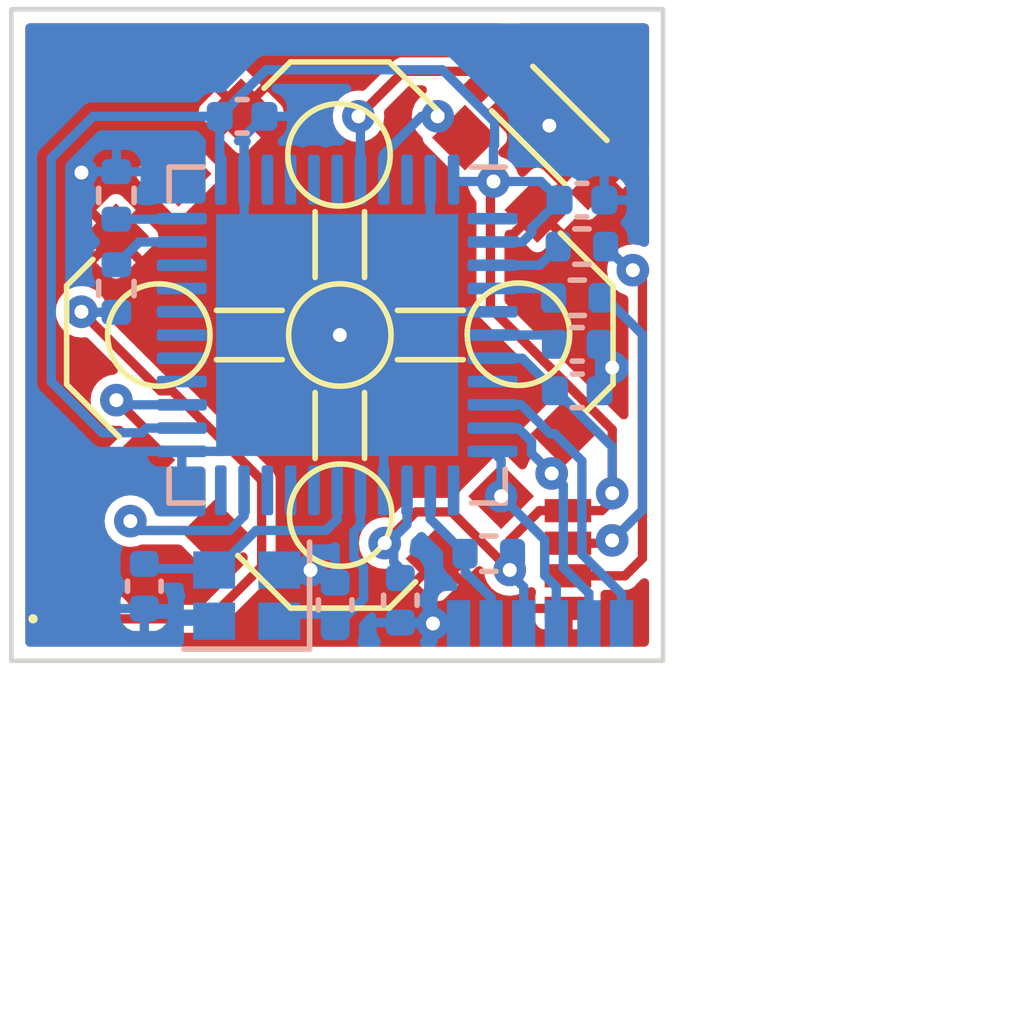
<source format=kicad_pcb>
(kicad_pcb (version 20240108) (generator "pcbnew") (generator_version "8.0")
  (layers (0 "F.Cu" signal) (31 "B.Cu" signal) (34 "B.Paste" user) (35 "F.Paste" user) (36 "B.SilkS" user "B.Silkscreen") (37 "F.SilkS" user "F.Silkscreen") (38 "B.Mask" user) (39 "F.Mask" user) (44 "Edge.Cuts" user))
  (net 0 "")
  (net 1 "GND")
  (net 2 "Net-(U1-XTAL1)")
  (net 3 "Net-(U1-XTAL2)")
  (net 4 "Net-(U1-UCAP)")
  (net 5 "VCC")
  (net 6 "Net-(D1-A)")
  (net 7 "D15{slash}SCK")
  (net 8 "D14{slash}MISO")
  (net 9 "D16{slash}MOSI")
  (net 10 "RST")
  (net 11 "Net-(J3-Pin_2)")
  (net 12 "Net-(J3-Pin_3)")
  (net 13 "Net-(U1-D+)")
  (net 14 "Net-(U1-D-)")
  (net 15 "Net-(U1-~{HWB}{slash}PE2)")
  (net 16 "/D13")
  (net 17 "D7")
  (net 19 "D11")
  (net 20 "D3{slash}SCL")
  (net 21 "D2{slash}SDA")
  (net 22 "D0{slash}RX")
  (net 23 "D1{slash}TX")
  (net 25 "D4")
  (net 26 "D12")
  (net 27 "D6")
  (net 28 "D8")
  (net 29 "D9")
  (net 30 "D10")
  (net 31 "D5")
  (net 32 "D18")
  (net 33 "D19")
  (net 34 "D20")
  (net 35 "D21")
  (net 36 "D22")
  (net 37 "D23")
  (footprint "DIY:TL3780" (layer "F.Cu") (at 123.9 66.9 135)
    (property "Reference" "SW3" (hide yes))
    (property "Value" "SW_MEC_5G")
    (fp_line (start 1.15 0.65) (end -1.1 0.65) (stroke (width 0.12)) (layer "F.SilkS"))
    (fp_line (start -1.1 -0.65) (end 1.1 -0.65) (stroke (width 0.12)) (layer "F.SilkS"))
    (pad "1" smd rect (at -1.6 0.05 135) (size 0.55 1.5) (layers "F.Cu" "F.Paste" "F.Mask") (net 1 "GND"))
    (pad "3" smd rect (at 1.65 0 135) (size 0.55 1.5) (layers "F.Cu" "F.Paste" "F.Mask") (net 36 "D22"))
  )
  (footprint "LED_SMD:LED_0402_1005Metric" (layer "F.Cu") (at 113.9 77.5)
    (property "Reference" "D1" (hide yes))
    (property "Value" "LED")
    (fp_circle (center -1.09 0) (end -1.04 0) (stroke (width 0.1)) (fill none) (layer "F.SilkS"))
    (pad "1" smd roundrect (at -0.485 0) (size 0.59 0.64) (layers "F.Cu" "F.Paste" "F.Mask") (net 1 "GND"))
    (pad "2" smd roundrect (at 0.485 0) (size 0.59 0.64) (layers "F.Cu" "F.Paste" "F.Mask") (net 6 "Net-(D1-A)"))
  )
  (footprint "Connector_PinSocket_1.27mm:PinSocket_1x04_P1.27mm_Vertical" (layer "F.Cu") (at 124.3 77.825 180)
    (property "Reference" "J3" (hide yes))
    (property "Value" "Conn_01x04")
    (pad "1" smd rect (at 0 0.55 180) (size 1 0.5) (layers "F.Cu" "F.Paste" "F.Mask") (net 1 "GND"))
    (pad "2" smd rect (at 0 1.25 180) (size 1 0.5) (layers "F.Cu" "F.Paste" "F.Mask") (net 11 "Net-(J3-Pin_2)"))
    (pad "3" smd rect (at 0 1.95 180) (size 1 0.5) (layers "F.Cu" "F.Paste" "F.Mask") (net 12 "Net-(J3-Pin_3)"))
    (pad "4" smd rect (at 0 2.65 180) (size 1 0.5) (layers "F.Cu" "F.Paste" "F.Mask") (net 5 "VCC"))
  )
  (footprint "DIY:JS_1300_keypad" (layer "F.Cu") (at 119.4 71.4 -135)
    (property "Reference" "SW1" (hide yes))
    (property "Value" "JS_1300_keypad")
    (fp_line (start 3.4 4.9) (end 2.6 4.9) (stroke (width 0.12)) (layer "F.SilkS"))
    (fp_line (start 4.9 3.4) (end 3.4 4.9) (stroke (width 0.12)) (layer "F.SilkS"))
    (fp_line (start 4.9 1.8) (end 4.9 3.4) (stroke (width 0.12)) (layer "F.SilkS"))
    (fp_line (start 4.9 -1.8) (end 4.9 -3.4) (stroke (width 0.12)) (layer "F.SilkS"))
    (fp_line (start 0.5 1.25) (end 1.5 2.25) (stroke (width 0.12)) (layer "F.SilkS"))
    (fp_line (start 1.25 0.5) (end 2.25 1.5) (stroke (width 0.12)) (layer "F.SilkS"))
    (fp_line (start -3.4 4.9) (end -2.6 4.9) (stroke (width 0.12)) (layer "F.SilkS"))
    (fp_line (start 4.9 -3.4) (end 3.4 -4.9) (stroke (width 0.12)) (layer "F.SilkS"))
    (fp_line (start -0.5 1.25) (end -1.5 2.25) (stroke (width 0.12)) (layer "F.SilkS"))
    (fp_line (start 1.25 -0.5) (end 2.25 -1.5) (stroke (width 0.12)) (layer "F.SilkS"))
    (fp_line (start -1.25 0.5) (end -2.25 1.5) (stroke (width 0.12)) (layer "F.SilkS"))
    (fp_line (start 0.5 -1.25) (end 1.5 -2.25) (stroke (width 0.12)) (layer "F.SilkS"))
    (fp_line (start -4.9 3.4) (end -3.4 4.9) (stroke (width 0.12)) (layer "F.SilkS"))
    (fp_line (start 3.4 -4.9) (end 2.6 -4.9) (stroke (width 0.12)) (layer "F.SilkS"))
    (fp_line (start -1.25 -0.5) (end -2.25 -1.5) (stroke (width 0.12)) (layer "F.SilkS"))
    (fp_line (start -0.5 -1.25) (end -1.5 -2.25) (stroke (width 0.12)) (layer "F.SilkS"))
    (fp_line (start -4.9 1.8) (end -4.9 3.4) (stroke (width 0.12)) (layer "F.SilkS"))
    (fp_line (start -4.9 -1.8) (end -4.9 -3.4) (stroke (width 0.12)) (layer "F.SilkS"))
    (fp_line (start -4.9 -3.4) (end -3.4 -4.9) (stroke (width 0.12)) (layer "F.SilkS"))
    (fp_line (start -3.4 -4.9) (end -2.6 -4.9) (stroke (width 0.12)) (layer "F.SilkS"))
    (fp_circle (center 2.75 2.75) (end 3.85 2.75) (stroke (width 0.12)) (fill none) (layer "F.SilkS"))
    (fp_circle (center -2.725 2.75) (end -1.625 2.75) (stroke (width 0.12)) (fill none) (layer "F.SilkS"))
    (fp_circle (center 0 0) (end 1.099999 0) (stroke (width 0.12)) (fill none) (layer "F.SilkS"))
    (fp_circle (center 2.725 -2.75) (end 3.825 -2.75) (stroke (width 0.12)) (fill none) (layer "F.SilkS"))
    (fp_circle (center -2.725 -2.7) (end -1.625 -2.7) (stroke (width 0.12)) (fill none) (layer "F.SilkS"))
    (pad "1" smd rect (at -1.9 -4.9 225) (size 1 1) (layers "F.Cu" "F.Paste" "F.Mask") (net 9 "D16{slash}MOSI"))
    (pad "2" smd rect (at 0 -4.9 225) (size 1 1) (layers "F.Cu" "F.Paste" "F.Mask") (net 8 "D14{slash}MISO"))
    (pad "3" smd rect (at 1.9 -4.9 225) (size 1 1) (layers "F.Cu" "F.Paste" "F.Mask") (net 1 "GND"))
    (pad "4" smd rect (at 4.9 -1.1 225) (size 1 1) (layers "F.Cu" "F.Paste" "F.Mask") (net 23 "D1{slash}TX"))
    (pad "5" smd rect (at 4.9 1.1 225) (size 1 1) (layers "F.Cu" "F.Paste" "F.Mask") (net 25 "D4"))
    (pad "6" smd rect (at 1.9 4.9 225) (size 1 1) (layers "F.Cu" "F.Paste" "F.Mask") (net 1 "GND"))
    (pad "7" smd rect (at 0 4.9 225) (size 1 1) (layers "F.Cu" "F.Paste" "F.Mask") (net 1 "GND"))
    (pad "8" smd rect (at -1.9 4.9 225) (size 1 1) (layers "F.Cu" "F.Paste" "F.Mask") (net 1 "GND"))
    (pad "9" smd rect (at -4.9 1.1 225) (size 1 1) (layers "F.Cu" "F.Paste" "F.Mask") (net 37 "D23"))
    (pad "10" smd rect (at -4.9 -1.1 225) (size 1 1) (layers "F.Cu" "F.Paste" "F.Mask") (net 1 "GND"))
  )
  (footprint "Resistor_SMD:R_0402_1005Metric" (layer "B.Cu") (at 114.6 68.4 90)
    (property "Reference" "R4" (hide yes))
    (property "Value" "10kΩ")
    (fp_line (start -0.153641 -0.38) (end 0.153641 -0.38) (stroke (width 0.12)) (layer "B.SilkS"))
    (fp_line (start -0.153641 0.38) (end 0.153641 0.38) (stroke (width 0.12)) (layer "B.SilkS"))
    (pad "1" smd roundrect (at -0.51 0 90) (size 0.54 0.64) (layers "B.Cu" "B.Paste" "B.Mask") (net 15 "Net-(U1-~{HWB}{slash}PE2)"))
    (pad "2" smd roundrect (at 0.51 0 90) (size 0.54 0.64) (layers "B.Cu" "B.Paste" "B.Mask") (net 1 "GND"))
  )
  (footprint "Capacitor_SMD:C_0402_1005Metric" (layer "B.Cu") (at 117.3 66.7)
    (property "Reference" "C4" (hide yes))
    (property "Value" "100nF")
    (fp_line (start -0.107836 -0.36) (end 0.107836 -0.36) (stroke (width 0.12)) (layer "B.SilkS"))
    (fp_line (start -0.107836 0.36) (end 0.107836 0.36) (stroke (width 0.12)) (layer "B.SilkS"))
    (pad "1" smd roundrect (at -0.48 0) (size 0.56 0.62) (layers "B.Cu" "B.Paste" "B.Mask") (net 5 "VCC"))
    (pad "2" smd roundrect (at 0.48 0) (size 0.56 0.62) (layers "B.Cu" "B.Paste" "B.Mask") (net 1 "GND"))
  )
  (footprint "Resistor_SMD:R_0402_1005Metric" (layer "B.Cu") (at 124.6 69.5)
    (property "Reference" "R2" (hide yes))
    (property "Value" "22Ω")
    (fp_line (start -0.153641 -0.38) (end 0.153641 -0.38) (stroke (width 0.12)) (layer "B.SilkS"))
    (fp_line (start -0.153641 0.38) (end 0.153641 0.38) (stroke (width 0.12)) (layer "B.SilkS"))
    (pad "1" smd roundrect (at -0.51 0) (size 0.54 0.64) (layers "B.Cu" "B.Paste" "B.Mask") (net 14 "Net-(U1-D-)"))
    (pad "2" smd roundrect (at 0.51 0) (size 0.54 0.64) (layers "B.Cu" "B.Paste" "B.Mask") (net 11 "Net-(J3-Pin_2)"))
  )
  (footprint "Capacitor_SMD:C_0402_1005Metric" (layer "B.Cu") (at 124.5 71.6 180)
    (property "Reference" "C3" (hide yes))
    (property "Value" "1µF")
    (fp_line (start -0.107836 0.36) (end 0.107836 0.36) (stroke (width 0.12)) (layer "B.SilkS"))
    (fp_line (start -0.107836 -0.36) (end 0.107836 -0.36) (stroke (width 0.12)) (layer "B.SilkS"))
    (pad "1" smd roundrect (at -0.48 0 180) (size 0.56 0.62) (layers "B.Cu" "B.Paste" "B.Mask") (net 1 "GND"))
    (pad "2" smd roundrect (at 0.48 0 180) (size 0.56 0.62) (layers "B.Cu" "B.Paste" "B.Mask") (net 4 "Net-(U1-UCAP)"))
  )
  (footprint "Capacitor_SMD:C_0402_1005Metric" (layer "B.Cu") (at 124.5 72.6 180)
    (property "Reference" "C7" (hide yes))
    (property "Value" "100nF")
    (fp_line (start -0.107836 0.36) (end 0.107836 0.36) (stroke (width 0.12)) (layer "B.SilkS"))
    (fp_line (start -0.107836 -0.36) (end 0.107836 -0.36) (stroke (width 0.12)) (layer "B.SilkS"))
    (pad "1" smd roundrect (at -0.48 0 180) (size 0.56 0.62) (layers "B.Cu" "B.Paste" "B.Mask") (net 1 "GND"))
    (pad "2" smd roundrect (at 0.48 0 180) (size 0.56 0.62) (layers "B.Cu" "B.Paste" "B.Mask") (net 5 "VCC"))
  )
  (footprint "Capacitor_SMD:C_0402_1005Metric" (layer "B.Cu") (at 124.6 68.5)
    (property "Reference" "C6" (hide yes))
    (property "Value" "100nF")
    (fp_line (start -0.107836 -0.36) (end 0.107836 -0.36) (stroke (width 0.12)) (layer "B.SilkS"))
    (fp_line (start -0.107836 0.36) (end 0.107836 0.36) (stroke (width 0.12)) (layer "B.SilkS"))
    (pad "1" smd roundrect (at -0.48 0) (size 0.56 0.62) (layers "B.Cu" "B.Paste" "B.Mask") (net 5 "VCC"))
    (pad "2" smd roundrect (at 0.48 0) (size 0.56 0.62) (layers "B.Cu" "B.Paste" "B.Mask") (net 1 "GND"))
  )
  (footprint "Resistor_SMD:R_0402_1005Metric" (layer "B.Cu") (at 114.6 70.4 -90)
    (property "Reference" "R5" (hide yes))
    (property "Value" "1kΩ")
    (fp_line (start -0.153641 0.38) (end 0.153641 0.38) (stroke (width 0.12)) (layer "B.SilkS"))
    (fp_line (start -0.153641 -0.38) (end 0.153641 -0.38) (stroke (width 0.12)) (layer "B.SilkS"))
    (pad "1" smd roundrect (at -0.51 0 270) (size 0.54 0.64) (layers "B.Cu" "B.Paste" "B.Mask") (net 16 "/D13"))
    (pad "2" smd roundrect (at 0.51 0 270) (size 0.54 0.64) (layers "B.Cu" "B.Paste" "B.Mask") (net 6 "Net-(D1-A)"))
  )
  (footprint "Resistor_SMD:R_0402_1005Metric" (layer "B.Cu") (at 124.5 70.6 180)
    (property "Reference" "R1" (hide yes))
    (property "Value" "22Ω")
    (fp_line (start -0.153641 0.38) (end 0.153641 0.38) (stroke (width 0.12)) (layer "B.SilkS"))
    (fp_line (start -0.153641 -0.38) (end 0.153641 -0.38) (stroke (width 0.12)) (layer "B.SilkS"))
    (pad "1" smd roundrect (at -0.51 0 180) (size 0.54 0.64) (layers "B.Cu" "B.Paste" "B.Mask") (net 12 "Net-(J3-Pin_3)"))
    (pad "2" smd roundrect (at 0.51 0 180) (size 0.54 0.64) (layers "B.Cu" "B.Paste" "B.Mask") (net 13 "Net-(U1-D+)"))
  )
  (footprint "Package_DFN_QFN:QFN-44-1EP_7x7mm_P0.5mm_EP5.2x5.2mm" (layer "B.Cu") (at 119.342976 71.4 180)
    (property "Reference" "U1" (hide yes))
    (property "Value" "ATmega32U4-M")
    (fp_line (start 3.61 3.61) (end 3.61 2.885) (stroke (width 0.12)) (layer "B.SilkS"))
    (fp_line (start 3.61 -3.61) (end 3.61 -2.885) (stroke (width 0.12)) (layer "B.SilkS"))
    (fp_line (start 2.885 3.61) (end 3.61 3.61) (stroke (width 0.12)) (layer "B.SilkS"))
    (fp_line (start 2.885 -3.61) (end 3.61 -3.61) (stroke (width 0.12)) (layer "B.SilkS"))
    (fp_line (start -2.885 3.61) (end -3.61 3.61) (stroke (width 0.12)) (layer "B.SilkS"))
    (fp_line (start -2.885 -3.61) (end -3.61 -3.61) (stroke (width 0.12)) (layer "B.SilkS"))
    (fp_line (start -3.61 -3.61) (end -3.61 -2.885) (stroke (width 0.12)) (layer "B.SilkS"))
    (pad "1" smd roundrect (at -3.3375 2.5 180) (size 1.075 0.25) (layers "B.Cu" "B.Paste" "B.Mask") (net 17 "D7"))
    (pad "2" smd roundrect (at -3.3375 2 180) (size 1.075 0.25) (layers "B.Cu" "B.Paste" "B.Mask") (net 5 "VCC"))
    (pad "3" smd roundrect (at -3.3375 1.5 180) (size 1.075 0.25) (layers "B.Cu" "B.Paste" "B.Mask") (net 14 "Net-(U1-D-)"))
    (pad "4" smd roundrect (at -3.3375 1 180) (size 1.075 0.25) (layers "B.Cu" "B.Paste" "B.Mask") (net 13 "Net-(U1-D+)"))
    (pad "5" smd roundrect (at -3.3375 0.5 180) (size 1.075 0.25) (layers "B.Cu" "B.Paste" "B.Mask") (net 1 "GND"))
    (pad "6" smd roundrect (at -3.3375 0 180) (size 1.075 0.25) (layers "B.Cu" "B.Paste" "B.Mask") (net 4 "Net-(U1-UCAP)"))
    (pad "7" smd roundrect (at -3.3375 -0.5 180) (size 1.075 0.25) (layers "B.Cu" "B.Paste" "B.Mask") (net 5 "VCC"))
    (pad "8" smd roundrect (at -3.3375 -1 180) (size 1.075 0.25) (layers "B.Cu" "B.Paste" "B.Mask"))
    (pad "9" smd roundrect (at -3.3375 -1.5 180) (size 1.075 0.25) (layers "B.Cu" "B.Paste" "B.Mask") (net 7 "D15{slash}SCK"))
    (pad "10" smd roundrect (at -3.3375 -2 180) (size 1.075 0.25) (layers "B.Cu" "B.Paste" "B.Mask") (net 9 "D16{slash}MOSI"))
    (pad "11" smd roundrect (at -3.3375 -2.5 180) (size 1.075 0.25) (layers "B.Cu" "B.Paste" "B.Mask") (net 8 "D14{slash}MISO"))
    (pad "12" smd roundrect (at -2.5 -3.3375 180) (size 0.25 1.075) (layers "B.Cu" "B.Paste" "B.Mask") (net 19 "D11"))
    (pad "13" smd roundrect (at -2 -3.3375 180) (size 0.25 1.075) (layers "B.Cu" "B.Paste" "B.Mask") (net 10 "RST"))
    (pad "14" smd roundrect (at -1.5 -3.3375 180) (size 0.25 1.075) (layers "B.Cu" "B.Paste" "B.Mask") (net 5 "VCC"))
    (pad "15" smd roundrect (at -1 -3.3375 180) (size 0.25 1.075) (layers "B.Cu" "B.Paste" "B.Mask") (net 1 "GND"))
    (pad "16" smd roundrect (at -0.5 -3.3375 180) (size 0.25 1.075) (layers "B.Cu" "B.Paste" "B.Mask") (net 3 "Net-(U1-XTAL2)"))
    (pad "17" smd roundrect (at 0 -3.3375 180) (size 0.25 1.075) (layers "B.Cu" "B.Paste" "B.Mask") (net 2 "Net-(U1-XTAL1)"))
    (pad "18" smd roundrect (at 0.5 -3.3375 180) (size 0.25 1.075) (layers "B.Cu" "B.Paste" "B.Mask") (net 20 "D3{slash}SCL"))
    (pad "19" smd roundrect (at 1 -3.3375 180) (size 0.25 1.075) (layers "B.Cu" "B.Paste" "B.Mask") (net 21 "D2{slash}SDA"))
    (pad "20" smd roundrect (at 1.5 -3.3375 180) (size 0.25 1.075) (layers "B.Cu" "B.Paste" "B.Mask") (net 22 "D0{slash}RX"))
    (pad "21" smd roundrect (at 2 -3.3375 180) (size 0.25 1.075) (layers "B.Cu" "B.Paste" "B.Mask") (net 23 "D1{slash}TX"))
    (pad "22" smd roundrect (at 2.5 -3.3375 180) (size 0.25 1.075) (layers "B.Cu" "B.Paste" "B.Mask"))
    (pad "23" smd roundrect (at 3.3375 -2.5 180) (size 1.075 0.25) (layers "B.Cu" "B.Paste" "B.Mask") (net 1 "GND"))
    (pad "24" smd roundrect (at 3.3375 -2 180) (size 1.075 0.25) (layers "B.Cu" "B.Paste" "B.Mask") (net 5 "VCC"))
    (pad "25" smd roundrect (at 3.3375 -1.5 180) (size 1.075 0.25) (layers "B.Cu" "B.Paste" "B.Mask") (net 25 "D4"))
    (pad "26" smd roundrect (at 3.3375 -1 180) (size 1.075 0.25) (layers "B.Cu" "B.Paste" "B.Mask") (net 26 "D12"))
    (pad "27" smd roundrect (at 3.3375 -0.5 180) (size 1.075 0.25) (layers "B.Cu" "B.Paste" "B.Mask") (net 27 "D6"))
    (pad "28" smd roundrect (at 3.3375 0 180) (size 1.075 0.25) (layers "B.Cu" "B.Paste" "B.Mask") (net 28 "D8"))
    (pad "29" smd roundrect (at 3.3375 0.5 180) (size 1.075 0.25) (layers "B.Cu" "B.Paste" "B.Mask") (net 29 "D9"))
    (pad "30" smd roundrect (at 3.3375 1 180) (size 1.075 0.25) (layers "B.Cu" "B.Paste" "B.Mask") (net 30 "D10"))
    (pad "31" smd roundrect (at 3.3375 1.5 180) (size 1.075 0.25) (layers "B.Cu" "B.Paste" "B.Mask") (net 31 "D5"))
    (pad "32" smd roundrect (at 3.3375 2 180) (size 1.075 0.25) (layers "B.Cu" "B.Paste" "B.Mask") (net 16 "/D13"))
    (pad "33" smd roundrect (at 3.3375 2.5 180) (size 1.075 0.25) (layers "B.Cu" "B.Paste" "B.Mask") (net 15 "Net-(U1-~{HWB}{slash}PE2)"))
    (pad "34" smd roundrect (at 2.5 3.3375 180) (size 0.25 1.075) (layers "B.Cu" "B.Paste" "B.Mask") (net 5 "VCC"))
    (pad "35" smd roundrect (at 2 3.3375 180) (size 0.25 1.075) (layers "B.Cu" "B.Paste" "B.Mask") (net 1 "GND"))
    (pad "36" smd roundrect (at 1.5 3.3375 180) (size 0.25 1.075) (layers "B.Cu" "B.Paste" "B.Mask") (net 32 "D18"))
    (pad "37" smd roundrect (at 1 3.3375 180) (size 0.25 1.075) (layers "B.Cu" "B.Paste" "B.Mask") (net 33 "D19"))
    (pad "38" smd roundrect (at 0.5 3.3375 180) (size 0.25 1.075) (layers "B.Cu" "B.Paste" "B.Mask") (net 34 "D20"))
    (pad "39" smd roundrect (at 0 3.3375 180) (size 0.25 1.075) (layers "B.Cu" "B.Paste" "B.Mask") (net 35 "D21"))
    (pad "40" smd roundrect (at -0.5 3.3375 180) (size 0.25 1.075) (layers "B.Cu" "B.Paste" "B.Mask") (net 36 "D22"))
    (pad "41" smd roundrect (at -1 3.3375 180) (size 0.25 1.075) (layers "B.Cu" "B.Paste" "B.Mask") (net 37 "D23"))
    (pad "42" smd roundrect (at -1.5 3.3375 180) (size 0.25 1.075) (layers "B.Cu" "B.Paste" "B.Mask"))
    (pad "43" smd roundrect (at -2 3.3375 180) (size 0.25 1.075) (layers "B.Cu" "B.Paste" "B.Mask") (net 1 "GND"))
    (pad "44" smd roundrect (at -2.5 3.3375 180) (size 0.25 1.075) (layers "B.Cu" "B.Paste" "B.Mask") (net 5 "VCC"))
    (pad "45" smd rect (at 0 0 180) (size 5.2 5.2) (layers "B.Cu" "B.Mask") (net 1 "GND"))
  )
  (footprint "Capacitor_SMD:C_0402_1005Metric" (layer "B.Cu") (at 119.3 77.2 -90)
    (property "Reference" "C2" (hide yes))
    (property "Value" "crystal_TBD")
    (fp_line (start -0.107836 0.36) (end 0.107836 0.36) (stroke (width 0.12)) (layer "B.SilkS"))
    (fp_line (start -0.107836 -0.36) (end 0.107836 -0.36) (stroke (width 0.12)) (layer "B.SilkS"))
    (pad "1" smd roundrect (at -0.48 0 270) (size 0.56 0.62) (layers "B.Cu" "B.Paste" "B.Mask") (net 1 "GND"))
    (pad "2" smd roundrect (at 0.48 0 270) (size 0.56 0.62) (layers "B.Cu" "B.Paste" "B.Mask") (net 3 "Net-(U1-XTAL2)"))
  )
  (footprint "Capacitor_SMD:C_0402_1005Metric" (layer "B.Cu") (at 115.2 76.8 90)
    (property "Reference" "C1" (hide yes))
    (property "Value" "crystal_TBD")
    (fp_line (start -0.107836 -0.36) (end 0.107836 -0.36) (stroke (width 0.12)) (layer "B.SilkS"))
    (fp_line (start -0.107836 0.36) (end 0.107836 0.36) (stroke (width 0.12)) (layer "B.SilkS"))
    (pad "1" smd roundrect (at -0.48 0 90) (size 0.56 0.62) (layers "B.Cu" "B.Paste" "B.Mask") (net 1 "GND"))
    (pad "2" smd roundrect (at 0.48 0 90) (size 0.56 0.62) (layers "B.Cu" "B.Paste" "B.Mask") (net 2 "Net-(U1-XTAL1)"))
  )
  (footprint "Capacitor_SMD:C_0402_1005Metric" (layer "B.Cu") (at 120.7 77.1 90)
    (property "Reference" "C8" (hide yes))
    (property "Value" "100nF")
    (fp_line (start -0.107836 -0.36) (end 0.107836 -0.36) (stroke (width 0.12)) (layer "B.SilkS"))
    (fp_line (start -0.107836 0.36) (end 0.107836 0.36) (stroke (width 0.12)) (layer "B.SilkS"))
    (pad "1" smd roundrect (at -0.48 0 90) (size 0.56 0.62) (layers "B.Cu" "B.Paste" "B.Mask") (net 1 "GND"))
    (pad "2" smd roundrect (at 0.48 0 90) (size 0.56 0.62) (layers "B.Cu" "B.Paste" "B.Mask") (net 5 "VCC"))
  )
  (footprint "Connector_PinSocket_1.27mm:PinSocket_1x06_P1.27mm_Vertical" (layer "B.Cu") (at 123.7 77.6 90)
    (property "Reference" "J2" (hide yes))
    (property "Value" "Conn_01x06" (hide yes))
    (pad "1" smd rect (at 0 1.75 90) (size 1 0.5) (layers "B.Cu" "B.Paste" "B.Mask") (net 7 "D15{slash}SCK"))
    (pad "2" smd rect (at 0 0.35 90) (size 1 0.5) (layers "B.Cu" "B.Paste" "B.Mask") (net 8 "D14{slash}MISO"))
    (pad "3" smd rect (at 0 1.05 90) (size 1 0.5) (layers "B.Cu" "B.Paste" "B.Mask") (net 9 "D16{slash}MOSI"))
    (pad "4" smd rect (at 0 -1.05 90) (size 1 0.5) (layers "B.Cu" "B.Paste" "B.Mask") (net 10 "RST"))
    (pad "5" smd rect (at 0 -0.35 90) (size 1 0.5) (layers "B.Cu" "B.Paste" "B.Mask") (net 5 "VCC"))
    (pad "6" smd rect (at 0 -1.75 90) (size 1 0.5) (layers "B.Cu" "B.Paste" "B.Mask") (net 1 "GND"))
  )
  (footprint "Crystal:Crystal_SMD_2016-4Pin_2.0x1.6mm" (layer "B.Cu") (at 117.4 77 180)
    (property "Reference" "Y1" (hide yes))
    (property "Value" "16mhz")
    (fp_line (start -1.35 1.15) (end -1.35 -1.15) (stroke (width 0.12)) (layer "B.SilkS"))
    (fp_line (start -1.35 -1.15) (end 1.35 -1.15) (stroke (width 0.12)) (layer "B.SilkS"))
    (pad "1" smd rect (at -0.7 -0.55 180) (size 0.9 0.8) (layers "B.Cu" "B.Paste" "B.Mask") (net 3 "Net-(U1-XTAL2)"))
    (pad "2" smd rect (at 0.7 -0.55 180) (size 0.9 0.8) (layers "B.Cu" "B.Paste" "B.Mask") (net 1 "GND"))
    (pad "3" smd rect (at 0.7 0.55 180) (size 0.9 0.8) (layers "B.Cu" "B.Paste" "B.Mask") (net 2 "Net-(U1-XTAL1)"))
    (pad "4" smd rect (at -0.7 0.55 180) (size 0.9 0.8) (layers "B.Cu" "B.Paste" "B.Mask") (net 1 "GND"))
  )
  (footprint "Resistor_SMD:R_0402_1005Metric" (layer "B.Cu") (at 122.6 76.1 180)
    (property "Reference" "R3" (hide yes))
    (property "Value" "10kΩ")
    (fp_line (start -0.153641 0.38) (end 0.153641 0.38) (stroke (width 0.12)) (layer "B.SilkS"))
    (fp_line (start -0.153641 -0.38) (end 0.153641 -0.38) (stroke (width 0.12)) (layer "B.SilkS"))
    (pad "1" smd roundrect (at -0.51 0 180) (size 0.54 0.64) (layers "B.Cu" "B.Paste" "B.Mask") (net 5 "VCC"))
    (pad "2" smd roundrect (at 0.51 0 180) (size 0.54 0.64) (layers "B.Cu" "B.Paste" "B.Mask") (net 10 "RST"))
  )
  (gr_rect (start 112.342976 64.4) (end 126.342976 78.4) (stroke (width 0.1)) (fill none) (layer "Edge.Cuts"))
  (via (at 118.77046 76.451662) (size 0.7) (drill 0.3) (layers "F.Cu" "B.Cu") (net 1))
  (via (at 121.4 77.6) (size 0.7) (drill 0.3) (layers "F.Cu" "B.Cu") (net 1))
  (via (at 123.9 66.9) (size 0.7) (drill 0.3) (layers "F.Cu" "B.Cu") (net 1))
  (via (at 113.8495 67.909266) (size 0.7) (drill 0.3) (layers "F.Cu" "B.Cu") (net 1))
  (via (at 125.2505 72.1) (size 0.7) (drill 0.3) (layers "F.Cu" "B.Cu") (net 1))
  (via (at 119.4 71.4) (size 0.7) (drill 0.3) (layers "F.Cu" "B.Cu") (net 1))
  (segment (start 120.342976 72.4) (end 119.342976 71.4) (width 0.2) (layer "B.Cu") (net 1))
  (segment (start 115.32 77.4) (end 115.2 77.28) (width 0.2) (layer "B.Cu") (net 1))
  (segment (start 117.342976 68.0625) (end 117.342976 67.137024) (width 0.2) (layer "B.Cu") (net 1))
  (segment (start 120.342976 74.7375) (end 120.342976 72.4) (width 0.2) (layer "B.Cu") (net 1))
  (segment (start 122.680476 70.9) (end 119.842976 70.9) (width 0.2) (layer "B.Cu") (net 1))
  (segment (start 121.342976 68.0625) (end 121.342976 69.4) (width 0.2) (layer "B.Cu") (net 1))
  (segment (start 116.842976 73.9) (end 119.342976 71.4) (width 0.2) (layer "B.Cu") (net 1))
  (segment (start 116.4 77.4) (end 115.32 77.4) (width 0.2) (layer "B.Cu") (net 1))
  (segment (start 116.005476 73.9) (end 116.842976 73.9) (width 0.2) (layer "B.Cu") (net 1))
  (segment (start 117.342976 69.4) (end 119.342976 71.4) (width 0.2) (layer "B.Cu") (net 1))
  (segment (start 117.342976 67.137024) (end 117.78 66.7) (width 0.2) (layer "B.Cu") (net 1))
  (segment (start 119.842976 70.9) (end 119.342976 71.4) (width 0.2) (layer "B.Cu") (net 1))
  (segment (start 117.342976 68.0625) (end 117.342976 69.4) (width 0.2) (layer "B.Cu") (net 1))
  (segment (start 120.72 77.6) (end 121.95 77.6) (width 0.2) (layer "B.Cu") (net 1))
  (segment (start 121.342976 69.4) (end 119.342976 71.4) (width 0.2) (layer "B.Cu") (net 1))
  (segment (start 120.7 77.58) (end 120.72 77.6) (width 0.2) (layer "B.Cu") (net 1))
  (segment (start 116.9 76.3) (end 117.6 75.6) (width 0.2) (layer "B.Cu") (net 2))
  (segment (start 115.5 76.42) (end 116.58 76.42) (width 0.2) (layer "B.Cu") (net 2))
  (segment (start 117.6 75.6) (end 119.1 75.6) (width 0.2) (layer "B.Cu") (net 2))
  (segment (start 119.1 75.6) (end 119.342976 75.357024) (width 0.2) (layer "B.Cu") (net 2))
  (segment (start 116.78 76.42) (end 116.9 76.3) (width 0.2) (layer "B.Cu") (net 2))
  (segment (start 119.342976 75.357024) (end 119.342976 74.7375) (width 0.2) (layer "B.Cu") (net 2))
  (segment (start 119.7 76.187746) (end 119.7 75.626793) (width 0.2) (layer "B.Cu") (net 3))
  (segment (start 119.7 75.626793) (end 119.842976 75.483817) (width 0.2) (layer "B.Cu") (net 3))
  (segment (start 119.91 77.07) (end 119.91 76.397746) (width 0.2) (layer "B.Cu") (net 3))
  (segment (start 118.1 77.4) (end 119.58 77.4) (width 0.2) (layer "B.Cu") (net 3))
  (segment (start 119.91 76.397746) (end 119.7 76.187746) (width 0.2) (layer "B.Cu") (net 3))
  (segment (start 119.842976 75.483817) (end 119.842976 74.7375) (width 0.2) (layer "B.Cu") (net 3))
  (segment (start 119.58 77.4) (end 119.91 77.07) (width 0.2) (layer "B.Cu") (net 3))
  (segment (start 124.12 71.6) (end 123.92 71.4) (width 0.2) (layer "B.Cu") (net 4))
  (segment (start 123.92 71.4) (end 122.680476 71.4) (width 0.2) (layer "B.Cu") (net 4))
  (segment (start 120.363715 75.871996) (end 121.034492 75.201219) (width 0.2) (layer "F.Cu") (net 5))
  (segment (start 125.025 75.175) (end 124.3 75.175) (width 0.2) (layer "F.Cu") (net 5))
  (segment (start 123.686018 75.175) (end 124.3 75.175) (width 0.2) (layer "F.Cu") (net 5))
  (segment (start 125.2505 74.9495) (end 125.025 75.175) (width 0.2) (layer "F.Cu") (net 5))
  (segment (start 121.034492 75.201219) (end 121.801219 75.201219) (width 0.2) (layer "F.Cu") (net 5))
  (segment (start 122.635534 68.164466) (end 122.635534 70.817156) (width 0.2) (layer "F.Cu") (net 5))
  (segment (start 125.2505 73.432122) (end 125.2505 74.8) (width 0.2) (layer "F.Cu") (net 5))
  (segment (start 121.801219 75.201219) (end 123.05 76.45) (width 0.2) (layer "F.Cu") (net 5))
  (segment (start 122.7 68.1) (end 122.635534 68.164466) (width 0.2) (layer "F.Cu") (net 5))
  (segment (start 122.635534 70.817156) (end 125.2505 73.432122) (width 0.2) (layer "F.Cu") (net 5))
  (segment (start 125.2505 74.8) (end 125.2505 74.9495) (width 0.2) (layer "F.Cu") (net 5))
  (segment (start 123.05 75.811018) (end 123.686018 75.175) (width 0.2) (layer "F.Cu") (net 5))
  (segment (start 123.05 76.45) (end 123.05 75.811018) (width 0.2) (layer "F.Cu") (net 5))
  (via (at 125.2505 74.8) (size 0.7) (drill 0.3) (layers "F.Cu" "B.Cu") (net 5))
  (via (at 122.7 68.1) (size 0.7) (drill 0.3) (layers "F.Cu" "B.Cu") (net 5))
  (via (at 123.05 76.45) (size 0.7) (drill 0.3) (layers "F.Cu" "B.Cu") (net 5))
  (via (at 120.363715 75.871996) (size 0.7) (drill 0.3) (layers "F.Cu" "B.Cu") (net 5))
  (segment (start 120.558069 76.278069) (end 120.9 76.62) (width 0.2) (layer "B.Cu") (net 5))
  (segment (start 113.2 72.4) (end 113.2 67.6) (width 0.2) (layer "B.Cu") (net 5))
  (segment (start 114.3 73.5) (end 113.2 72.4) (width 0.2) (layer "B.Cu") (net 5))
  (segment (start 120.842976 75.473163) (end 120.842976 74.7375) (width 0.2) (layer "B.Cu") (net 5))
  (segment (start 121.602801 65.7) (end 117.82 65.7) (width 0.2) (layer "B.Cu") (net 5))
  (segment (start 117.82 65.7) (end 116.82 66.7) (width 0.2) (layer "B.Cu") (net 5))
  (segment (start 124.047746 72.6) (end 124.02 72.6) (width 0.2) (layer "B.Cu") (net 5))
  (segment (start 122.7 68.1) (end 121.880476 68.1) (width 0.2) (layer "B.Cu") (net 5))
  (segment (start 124.12 68.5) (end 123.52 69.1) (width 0.2) (layer "B.Cu") (net 5))
  (segment (start 113.2 67.6) (end 114.1 66.7) (width 0.2) (layer "B.Cu") (net 5))
  (segment (start 123.324314 69.4) (end 122.680476 69.4) (width 0.2) (layer "B.Cu") (net 5))
  (segment (start 116.82 66.7) (end 116.82 68.039524) (width 0.2) (layer "B.Cu") (net 5))
  (segment (start 123.52 69.204314) (end 123.324314 69.4) (width 0.2) (layer "B.Cu") (net 5))
  (segment (start 125.2505 73.802754) (end 124.047746 72.6) (width 0.2) (layer "B.Cu") (net 5))
  (segment (start 124.02 72.6) (end 124.02 72.596538) (width 0.2) (layer "B.Cu") (net 5))
  (segment (start 115.148529 73.5) (end 114.3 73.5) (width 0.2) (layer "B.Cu") (net 5))
  (segment (start 115.248529 73.4) (end 115.148529 73.5) (width 0.2) (layer "B.Cu") (net 5))
  (segment (start 123.05 76.45) (end 123.05 76.515686) (width 0.2) (layer "B.Cu") (net 5))
  (segment (start 116.005476 73.4) (end 115.248529 73.4) (width 0.2) (layer "B.Cu") (net 5))
  (segment (start 122.7 68.1) (end 122.7 67.342241) (width 0.2) (layer "B.Cu") (net 5))
  (segment (start 122.723992 66.821191) (end 121.602801 65.7) (width 0.2) (layer "B.Cu") (net 5))
  (segment (start 123.32 71.9) (end 122.680476 71.9) (width 0.2) (layer "B.Cu") (net 5))
  (segment (start 123.05 76.515686) (end 123.35 76.815686) (width 0.2) (layer "B.Cu") (net 5))
  (segment (start 125.2505 74.8) (end 125.2505 73.802754) (width 0.2) (layer "B.Cu") (net 5))
  (segment (start 122.7 68.1) (end 123.72 68.1) (width 0.2) (layer "B.Cu") (net 5))
  (segment (start 122.723992 67.318249) (end 122.723992 66.821191) (width 0.2) (layer "B.Cu") (net 5))
  (segment (start 123.35 76.815686) (end 123.35 77.6) (width 0.2) (layer "B.Cu") (net 5))
  (segment (start 123.05 76.45) (end 123.11 76.39) (width 0.2) (layer "B.Cu") (net 5))
  (segment (start 116.82 68.039524) (end 116.842976 68.0625) (width 0.2) (layer "B.Cu") (net 5))
  (segment (start 122.7 67.342241) (end 122.723992 67.318249) (width 0.2) (layer "B.Cu") (net 5))
  (segment (start 124.02 72.6) (end 123.32 71.9) (width 0.2) (layer "B.Cu") (net 5))
  (segment (start 123.11 76.39) (end 123.11 76.1) (width 0.2) (layer "B.Cu") (net 5))
  (segment (start 120.558069 75.758069) (end 120.842976 75.473163) (width 0.2) (layer "B.Cu") (net 5))
  (segment (start 120.558069 75.758069) (end 120.558069 76.278069) (width 0.2) (layer "B.Cu") (net 5))
  (segment (start 123.52 69.1) (end 123.52 69.204314) (width 0.2) (layer "B.Cu") (net 5))
  (segment (start 121.880476 68.1) (end 121.842976 68.0625) (width 0.2) (layer "B.Cu") (net 5))
  (segment (start 114.1 66.7) (end 116.82 66.7) (width 0.2) (layer "B.Cu") (net 5))
  (segment (start 123.72 68.1) (end 124.12 68.5) (width 0.2) (layer "B.Cu") (net 5))
  (segment (start 117.720101 74.520101) (end 117.720101 76.379899) (width 0.2) (layer "F.Cu") (net 6))
  (segment (start 115.5495 72.6) (end 115.8 72.6) (width 0.2) (layer "F.Cu") (net 6))
  (segment (start 116.6 77.5) (end 114.385 77.5) (width 0.2) (layer "F.Cu") (net 6))
  (segment (start 115.8 72.6) (end 117.720101 74.520101) (width 0.2) (layer "F.Cu") (net 6))
  (segment (start 113.8495 70.9) (end 115.5495 72.6) (width 0.2) (layer "F.Cu") (net 6))
  (segment (start 117.720101 76.379899) (end 116.6 77.5) (width 0.2) (layer "F.Cu") (net 6))
  (via (at 113.8495 70.9) (size 0.7) (drill 0.3) (layers "F.Cu" "B.Cu") (net 6))
  (segment (start 113.8495 70.9) (end 113.8595 70.91) (width 0.2) (layer "B.Cu") (net 6))
  (segment (start 113.8595 70.91) (end 114.6 70.91) (width 0.2) (layer "B.Cu") (net 6))
  (segment (start 123.296314 72.9) (end 122.680476 72.9) (width 0.2) (layer "B.Cu") (net 7))
  (segment (start 124.6 74.105759) (end 124.015903 73.521662) (width 0.2) (layer "B.Cu") (net 7))
  (segment (start 125.45 76.961565) (end 124.6 76.111565) (width 0.2) (layer "B.Cu") (net 7))
  (segment (start 124.015903 73.521662) (end 123.917976 73.521662) (width 0.2) (layer "B.Cu") (net 7))
  (segment (start 125.45 77.4) (end 125.45 76.961565) (width 0.2) (layer "B.Cu") (net 7))
  (segment (start 124.6 76.111565) (end 124.6 74.105759) (width 0.2) (layer "B.Cu") (net 7))
  (segment (start 123.917976 73.521662) (end 123.296314 72.9) (width 0.2) (layer "B.Cu") (net 7))
  (via (at 122.864823 74.864823) (size 0.7) (drill 0.3) (layers "F.Cu" "B.Cu") (net 8))
  (segment (start 123.8 76.565685) (end 123.8 75.8) (width 0.2) (layer "B.Cu") (net 8))
  (segment (start 124.05 77.6) (end 124.05 76.815686) (width 0.2) (layer "B.Cu") (net 8))
  (segment (start 124.05 76.815686) (end 123.8 76.565685) (width 0.2) (layer "B.Cu") (net 8))
  (segment (start 123.8 75.8) (end 122.864823 74.864823) (width 0.2) (layer "B.Cu") (net 8))
  (segment (start 122.864823 74.084347) (end 122.680476 73.9) (width 0.2) (layer "B.Cu") (net 8))
  (segment (start 122.864823 74.864823) (end 122.864823 74.084347) (width 0.2) (layer "B.Cu") (net 8))
  (via (at 123.9505 74.375498) (size 0.7) (drill 0.3) (layers "F.Cu" "B.Cu") (net 9))
  (segment (start 123.517976 73.942974) (end 123.517976 73.687348) (width 0.2) (layer "B.Cu") (net 9))
  (segment (start 123.9505 74.375498) (end 123.517976 73.942974) (width 0.2) (layer "B.Cu") (net 9))
  (segment (start 124.2 74.624998) (end 124.2 76.4) (width 0.2) (layer "B.Cu") (net 9))
  (segment (start 124.75 76.95) (end 124.75 77.6) (width 0.2) (layer "B.Cu") (net 9))
  (segment (start 123.517976 73.687348) (end 123.230628 73.4) (width 0.2) (layer "B.Cu") (net 9))
  (segment (start 123.230628 73.4) (end 122.680476 73.4) (width 0.2) (layer "B.Cu") (net 9))
  (segment (start 123.9505 74.375498) (end 124.2 74.624998) (width 0.2) (layer "B.Cu") (net 9))
  (segment (start 124.2 76.4) (end 124.75 76.95) (width 0.2) (layer "B.Cu") (net 9))
  (segment (start 121.342976 75.352976) (end 121.342976 74.7375) (width 0.2) (layer "B.Cu") (net 10))
  (segment (start 122.65 77.05) (end 122.09 76.49) (width 0.2) (layer "B.Cu") (net 10))
  (segment (start 122.09 76.1) (end 121.342976 75.352976) (width 0.2) (layer "B.Cu") (net 10))
  (segment (start 122.09 76.49) (end 122.09 76.1) (width 0.2) (layer "B.Cu") (net 10))
  (segment (start 122.65 77.6) (end 122.65 77.05) (width 0.2) (layer "B.Cu") (net 10))
  (segment (start 125.525 76.575) (end 124.3 76.575) (width 0.2) (layer "F.Cu") (net 11))
  (segment (start 125.9 70.212156) (end 125.9 76.2) (width 0.2) (layer "F.Cu") (net 11))
  (segment (start 125.9 76.2) (end 125.525 76.575) (width 0.2) (layer "F.Cu") (net 11))
  (segment (start 125.693953 70.006109) (end 125.9 70.212156) (width 0.2) (layer "F.Cu") (net 11))
  (via (at 125.693953 70.006109) (size 0.7) (drill 0.3) (layers "F.Cu" "B.Cu") (net 11))
  (segment (start 125.616109 70.006109) (end 125.11 69.5) (width 0.2) (layer "B.Cu") (net 11))
  (segment (start 125.693953 70.006109) (end 125.616109 70.006109) (width 0.2) (layer "B.Cu") (net 11))
  (segment (start 125.2495 75.813893) (end 125.188393 75.875) (width 0.2) (layer "F.Cu") (net 12))
  (segment (start 125.188393 75.875) (end 124.3 75.875) (width 0.2) (layer "F.Cu") (net 12))
  (via (at 125.2495 75.813893) (size 0.7) (drill 0.3) (layers "F.Cu" "B.Cu") (net 12))
  (segment (start 125.2495 75.813893) (end 125.9 75.163393) (width 0.2) (layer "B.Cu") (net 12))
  (segment (start 125.9 71.39) (end 125.11 70.6) (width 0.2) (layer "B.Cu") (net 12))
  (segment (start 125.9 75.163393) (end 125.9 71.39) (width 0.2) (layer "B.Cu") (net 12))
  (segment (start 122.680476 70.4) (end 123.89 70.4) (width 0.2) (layer "B.Cu") (net 13))
  (segment (start 123.89 70.4) (end 124.09 70.6) (width 0.2) (layer "B.Cu") (net 13))
  (segment (start 123.69 69.9) (end 124.09 69.5) (width 0.2) (layer "B.Cu") (net 14))
  (segment (start 122.680476 69.9) (end 123.69 69.9) (width 0.2) (layer "B.Cu") (net 14))
  (segment (start 115.995476 68.91) (end 116.005476 68.9) (width 0.2) (layer "B.Cu") (net 15))
  (segment (start 114.6 68.91) (end 115.995476 68.91) (width 0.2) (layer "B.Cu") (net 15))
  (segment (start 114.6 69.89) (end 115.09 69.4) (width 0.2) (layer "B.Cu") (net 16))
  (segment (start 115.09 69.4) (end 116.005476 69.4) (width 0.2) (layer "B.Cu") (net 16))
  (segment (start 116.670353 75.6) (end 116.712994 75.642641) (width 0.2) (layer "F.Cu") (net 23))
  (segment (start 115.4 75.6) (end 116.670353 75.6) (width 0.2) (layer "F.Cu") (net 23))
  (segment (start 115.1 75.6) (end 114.9 75.4) (width 0.2) (layer "F.Cu") (net 23))
  (segment (start 115.4 75.6) (end 115.1 75.6) (width 0.2) (layer "F.Cu") (net 23))
  (via (at 114.9 75.4) (size 0.7) (drill 0.3) (layers "F.Cu" "B.Cu") (net 23))
  (segment (start 114.9 75.4) (end 114.9 75.56) (width 0.2) (layer "B.Cu") (net 23))
  (segment (start 114.9 75.56) (end 114.94 75.6) (width 0.2) (layer "B.Cu") (net 23))
  (segment (start 117.030628 75.6) (end 117.342976 75.287652) (width 0.2) (layer "B.Cu") (net 23))
  (segment (start 114.94 75.6) (end 117.030628 75.6) (width 0.2) (layer "B.Cu") (net 23))
  (segment (start 117.342976 75.287652) (end 117.342976 74.7375) (width 0.2) (layer "B.Cu") (net 23))
  (segment (start 114.6 72.8) (end 115.157359 73.357359) (width 0.2) (layer "F.Cu") (net 25))
  (segment (start 115.157359 73.357359) (end 115.157359 74.087006) (width 0.2) (layer "F.Cu") (net 25))
  (via (at 114.6 72.8) (size 0.7) (drill 0.3) (layers "F.Cu" "B.Cu") (net 25))
  (segment (start 114.6 72.8) (end 114.7 72.9) (width 0.2) (layer "B.Cu") (net 25))
  (segment (start 114.7 72.9) (end 116.005476 72.9) (width 0.2) (layer "B.Cu") (net 25))
  (segment (start 119.8 66.7) (end 120.766726 65.733274) (width 0.2) (layer "F.Cu") (net 36))
  (segment (start 120.766726 65.733274) (end 122.733274 65.733274) (width 0.2) (layer "F.Cu") (net 36))
  (via (at 119.8 66.7) (size 0.7) (drill 0.3) (layers "F.Cu" "B.Cu") (net 36))
  (segment (start 119.8 66.7) (end 119.842976 66.742976) (width 0.2) (layer "B.Cu") (net 36))
  (segment (start 119.842976 66.742976) (end 119.842976 68.0625) (width 0.2) (layer "B.Cu") (net 36))
  (via (at 121.5 66.7) (size 0.7) (drill 0.3) (layers "F.Cu" "B.Cu") (net 37))
  (segment (start 121.155324 66.7) (end 120.342976 67.512348) (width 0.2) (layer "B.Cu") (net 37))
  (segment (start 121.5 66.7) (end 121.155324 66.7) (width 0.2) (layer "B.Cu") (net 37))
  (segment (start 120.342976 67.512348) (end 120.342976 68.0625) (width 0.2) (layer "B.Cu") (net 37))
  (zone (net 1) (net_name "GND") (layers "F&B.Cu") (connect_pads (clearance 0.2)) (min_thickness 0.2) (fill yes (thermal_gap 0.2) (thermal_bridge_width 0.2))
    (polygon (pts (xy 112.1 64.2) (xy 126.6 64.2) (xy 126.6 78.6) (xy 112.1 78.6)))
  )
)
</source>
